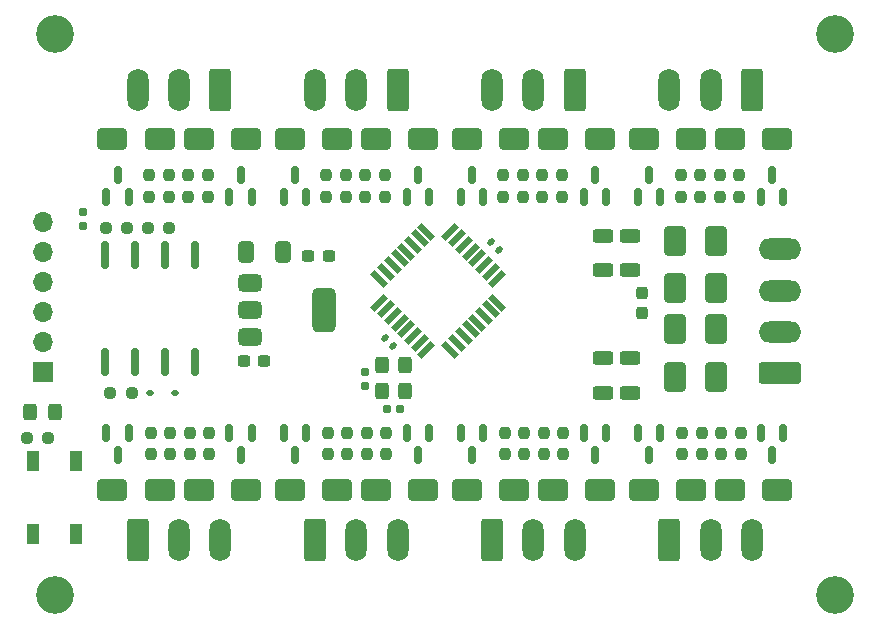
<source format=gbr>
%TF.GenerationSoftware,KiCad,Pcbnew,8.0.2*%
%TF.CreationDate,2024-09-22T00:14:53+02:00*%
%TF.ProjectId,solenoidDecoder,736f6c65-6e6f-4696-9444-65636f646572,rev?*%
%TF.SameCoordinates,Original*%
%TF.FileFunction,Soldermask,Top*%
%TF.FilePolarity,Negative*%
%FSLAX46Y46*%
G04 Gerber Fmt 4.6, Leading zero omitted, Abs format (unit mm)*
G04 Created by KiCad (PCBNEW 8.0.2) date 2024-09-22 00:14:53*
%MOMM*%
%LPD*%
G01*
G04 APERTURE LIST*
G04 Aperture macros list*
%AMRoundRect*
0 Rectangle with rounded corners*
0 $1 Rounding radius*
0 $2 $3 $4 $5 $6 $7 $8 $9 X,Y pos of 4 corners*
0 Add a 4 corners polygon primitive as box body*
4,1,4,$2,$3,$4,$5,$6,$7,$8,$9,$2,$3,0*
0 Add four circle primitives for the rounded corners*
1,1,$1+$1,$2,$3*
1,1,$1+$1,$4,$5*
1,1,$1+$1,$6,$7*
1,1,$1+$1,$8,$9*
0 Add four rect primitives between the rounded corners*
20,1,$1+$1,$2,$3,$4,$5,0*
20,1,$1+$1,$4,$5,$6,$7,0*
20,1,$1+$1,$6,$7,$8,$9,0*
20,1,$1+$1,$8,$9,$2,$3,0*%
%AMRotRect*
0 Rectangle, with rotation*
0 The origin of the aperture is its center*
0 $1 length*
0 $2 width*
0 $3 Rotation angle, in degrees counterclockwise*
0 Add horizontal line*
21,1,$1,$2,0,0,$3*%
G04 Aperture macros list end*
%ADD10RoundRect,0.140000X0.219203X0.021213X0.021213X0.219203X-0.219203X-0.021213X-0.021213X-0.219203X0*%
%ADD11RoundRect,0.237500X-0.250000X-0.237500X0.250000X-0.237500X0.250000X0.237500X-0.250000X0.237500X0*%
%ADD12C,3.200000*%
%ADD13RoundRect,0.155000X0.155000X-0.212500X0.155000X0.212500X-0.155000X0.212500X-0.155000X-0.212500X0*%
%ADD14RoundRect,0.155000X-0.212500X-0.155000X0.212500X-0.155000X0.212500X0.155000X-0.212500X0.155000X0*%
%ADD15RoundRect,0.237500X-0.300000X-0.237500X0.300000X-0.237500X0.300000X0.237500X-0.300000X0.237500X0*%
%ADD16RoundRect,0.237500X0.300000X0.237500X-0.300000X0.237500X-0.300000X-0.237500X0.300000X-0.237500X0*%
%ADD17RoundRect,0.250000X-0.412500X-0.650000X0.412500X-0.650000X0.412500X0.650000X-0.412500X0.650000X0*%
%ADD18RoundRect,0.237500X-0.237500X0.300000X-0.237500X-0.300000X0.237500X-0.300000X0.237500X0.300000X0*%
%ADD19RoundRect,0.112500X-0.187500X-0.112500X0.187500X-0.112500X0.187500X0.112500X-0.187500X0.112500X0*%
%ADD20RoundRect,0.250000X0.325000X0.450000X-0.325000X0.450000X-0.325000X-0.450000X0.325000X-0.450000X0*%
%ADD21RoundRect,0.250000X1.000000X0.650000X-1.000000X0.650000X-1.000000X-0.650000X1.000000X-0.650000X0*%
%ADD22RoundRect,0.250000X-1.000000X-0.650000X1.000000X-0.650000X1.000000X0.650000X-1.000000X0.650000X0*%
%ADD23RoundRect,0.250000X-0.650000X1.000000X-0.650000X-1.000000X0.650000X-1.000000X0.650000X1.000000X0*%
%ADD24RoundRect,0.250000X0.650000X-1.000000X0.650000X1.000000X-0.650000X1.000000X-0.650000X-1.000000X0*%
%ADD25R,1.700000X1.700000*%
%ADD26O,1.700000X1.700000*%
%ADD27O,1.800000X3.600000*%
%ADD28RoundRect,0.250000X-0.650000X-1.550000X0.650000X-1.550000X0.650000X1.550000X-0.650000X1.550000X0*%
%ADD29RoundRect,0.250000X0.650000X1.550000X-0.650000X1.550000X-0.650000X-1.550000X0.650000X-1.550000X0*%
%ADD30RoundRect,0.150000X-0.150000X0.587500X-0.150000X-0.587500X0.150000X-0.587500X0.150000X0.587500X0*%
%ADD31RoundRect,0.150000X0.150000X-0.587500X0.150000X0.587500X-0.150000X0.587500X-0.150000X-0.587500X0*%
%ADD32RoundRect,0.160000X0.160000X-0.197500X0.160000X0.197500X-0.160000X0.197500X-0.160000X-0.197500X0*%
%ADD33RoundRect,0.237500X-0.237500X0.250000X-0.237500X-0.250000X0.237500X-0.250000X0.237500X0.250000X0*%
%ADD34RoundRect,0.237500X0.237500X-0.250000X0.237500X0.250000X-0.237500X0.250000X-0.237500X-0.250000X0*%
%ADD35RoundRect,0.250000X-0.625000X0.312500X-0.625000X-0.312500X0.625000X-0.312500X0.625000X0.312500X0*%
%ADD36RoundRect,0.250000X0.625000X-0.312500X0.625000X0.312500X-0.625000X0.312500X-0.625000X-0.312500X0*%
%ADD37R,1.100000X1.800000*%
%ADD38RotRect,1.600000X0.550000X135.000000*%
%ADD39RotRect,1.600000X0.550000X45.000000*%
%ADD40RoundRect,0.162500X0.162500X-1.012500X0.162500X1.012500X-0.162500X1.012500X-0.162500X-1.012500X0*%
%ADD41RoundRect,0.375000X-0.625000X-0.375000X0.625000X-0.375000X0.625000X0.375000X-0.625000X0.375000X0*%
%ADD42RoundRect,0.500000X-0.500000X-1.400000X0.500000X-1.400000X0.500000X1.400000X-0.500000X1.400000X0*%
%ADD43RoundRect,0.300000X-0.300000X0.400000X-0.300000X-0.400000X0.300000X-0.400000X0.300000X0.400000X0*%
%ADD44RoundRect,0.250000X1.550000X-0.650000X1.550000X0.650000X-1.550000X0.650000X-1.550000X-0.650000X0*%
%ADD45O,3.600000X1.800000*%
G04 APERTURE END LIST*
D10*
%TO.C,C101*%
X129617411Y-51250411D03*
X128938589Y-50571589D03*
%TD*%
%TO.C,C3*%
X120600411Y-59378411D03*
X119921589Y-58699589D03*
%TD*%
D11*
%TO.C,R5*%
X96660500Y-63381000D03*
X98485500Y-63381000D03*
%TD*%
%TO.C,R4*%
X99835500Y-49411000D03*
X101660500Y-49411000D03*
%TD*%
%TO.C,R3*%
X96279500Y-49411000D03*
X98104500Y-49411000D03*
%TD*%
D12*
%TO.C,REF\u002A\u002A*%
X158000000Y-33000000D03*
%TD*%
%TO.C,REF\u002A\u002A*%
X158000000Y-80500000D03*
%TD*%
%TO.C,REF\u002A\u002A*%
X92000000Y-33000000D03*
%TD*%
%TO.C,REF\u002A\u002A*%
X92000000Y-80500000D03*
%TD*%
D13*
%TO.C,C1*%
X118229000Y-62781500D03*
X118229000Y-61646500D03*
%TD*%
D14*
%TO.C,C2*%
X121209500Y-64754000D03*
X120074500Y-64754000D03*
%TD*%
D15*
%TO.C,C401*%
X107968500Y-60690000D03*
X109693500Y-60690000D03*
%TD*%
D16*
%TO.C,C402*%
X115154500Y-51800000D03*
X113429500Y-51800000D03*
%TD*%
D17*
%TO.C,C403*%
X108157500Y-51419000D03*
X111282500Y-51419000D03*
%TD*%
D18*
%TO.C,C501*%
X141732000Y-56615500D03*
X141732000Y-54890500D03*
%TD*%
D19*
%TO.C,D1*%
X102179000Y-63381000D03*
X100079000Y-63381000D03*
%TD*%
D20*
%TO.C,D4*%
X91957000Y-65024000D03*
X89907000Y-65024000D03*
%TD*%
D21*
%TO.C,D11*%
X141849000Y-71615500D03*
X145849000Y-71615500D03*
%TD*%
D22*
%TO.C,D12*%
X153151000Y-71615500D03*
X149151000Y-71615500D03*
%TD*%
D21*
%TO.C,D21*%
X126849000Y-71615500D03*
X130849000Y-71615500D03*
%TD*%
D22*
%TO.C,D22*%
X138151000Y-71615500D03*
X134151000Y-71615500D03*
%TD*%
D21*
%TO.C,D31*%
X111849000Y-71615500D03*
X115849000Y-71615500D03*
%TD*%
D22*
%TO.C,D32*%
X123151000Y-71615500D03*
X119151000Y-71615500D03*
%TD*%
D21*
%TO.C,D41*%
X96849000Y-71615500D03*
X100849000Y-71615500D03*
%TD*%
D22*
%TO.C,D42*%
X108151000Y-71615500D03*
X104151000Y-71615500D03*
%TD*%
%TO.C,D51*%
X104151000Y-41901500D03*
X108151000Y-41901500D03*
%TD*%
D21*
%TO.C,D52*%
X100849000Y-41901500D03*
X96849000Y-41901500D03*
%TD*%
D22*
%TO.C,D61*%
X119151000Y-41901500D03*
X123151000Y-41901500D03*
%TD*%
D21*
%TO.C,D62*%
X115849000Y-41901500D03*
X111849000Y-41901500D03*
%TD*%
D22*
%TO.C,D71*%
X134151000Y-41901500D03*
X138151000Y-41901500D03*
%TD*%
D21*
%TO.C,D72*%
X130849000Y-41901500D03*
X126849000Y-41901500D03*
%TD*%
D22*
%TO.C,D81*%
X149151000Y-41901500D03*
X153151000Y-41901500D03*
%TD*%
D21*
%TO.C,D82*%
X145849000Y-41901500D03*
X141849000Y-41901500D03*
%TD*%
D23*
%TO.C,D501*%
X144483500Y-50500000D03*
X144483500Y-54500000D03*
%TD*%
D24*
%TO.C,D502*%
X144483500Y-62000000D03*
X144483500Y-58000000D03*
%TD*%
D23*
%TO.C,D503*%
X147983500Y-58000000D03*
X147983500Y-62000000D03*
%TD*%
D24*
%TO.C,D504*%
X147983500Y-54500000D03*
X147983500Y-50500000D03*
%TD*%
D25*
%TO.C,J3*%
X91000000Y-61580000D03*
D26*
X91000000Y-59040000D03*
X91000000Y-56500000D03*
X91000000Y-53960000D03*
X91000000Y-51420000D03*
X91000000Y-48880000D03*
%TD*%
D27*
%TO.C,J11*%
X151000000Y-75806500D03*
X147500000Y-75806500D03*
D28*
X144000000Y-75806500D03*
%TD*%
%TO.C,J21*%
X129000000Y-75806500D03*
D27*
X132500000Y-75806500D03*
X136000000Y-75806500D03*
%TD*%
%TO.C,J31*%
X121000000Y-75806500D03*
X117500000Y-75806500D03*
D28*
X114000000Y-75806500D03*
%TD*%
D27*
%TO.C,J41*%
X106000000Y-75806500D03*
X102500000Y-75806500D03*
D28*
X99000000Y-75806500D03*
%TD*%
D29*
%TO.C,J51*%
X106000000Y-37710500D03*
D27*
X102500000Y-37710500D03*
X99000000Y-37710500D03*
%TD*%
D29*
%TO.C,J61*%
X121000000Y-37710500D03*
D27*
X117500000Y-37710500D03*
X114000000Y-37710500D03*
%TD*%
D29*
%TO.C,J71*%
X136000000Y-37710500D03*
D27*
X132500000Y-37710500D03*
X129000000Y-37710500D03*
%TD*%
D29*
%TO.C,J81*%
X151000000Y-37710500D03*
D27*
X147500000Y-37710500D03*
X144000000Y-37710500D03*
%TD*%
D30*
%TO.C,Q11*%
X142293000Y-68616000D03*
X141343000Y-66741000D03*
X143243000Y-66741000D03*
%TD*%
%TO.C,Q12*%
X152707000Y-68616000D03*
X151757000Y-66741000D03*
X153657000Y-66741000D03*
%TD*%
%TO.C,Q21*%
X127293000Y-68616000D03*
X126343000Y-66741000D03*
X128243000Y-66741000D03*
%TD*%
%TO.C,Q22*%
X137707000Y-68616000D03*
X136757000Y-66741000D03*
X138657000Y-66741000D03*
%TD*%
%TO.C,Q31*%
X112293000Y-68616000D03*
X111343000Y-66741000D03*
X113243000Y-66741000D03*
%TD*%
%TO.C,Q32*%
X122707000Y-68616000D03*
X121757000Y-66741000D03*
X123657000Y-66741000D03*
%TD*%
%TO.C,Q41*%
X97293000Y-68616000D03*
X96343000Y-66741000D03*
X98243000Y-66741000D03*
%TD*%
%TO.C,Q42*%
X107707000Y-68616000D03*
X106757000Y-66741000D03*
X108657000Y-66741000D03*
%TD*%
D31*
%TO.C,Q51*%
X106757000Y-46776000D03*
X108657000Y-46776000D03*
X107707000Y-44901000D03*
%TD*%
%TO.C,Q52*%
X96343000Y-46776000D03*
X98243000Y-46776000D03*
X97293000Y-44901000D03*
%TD*%
%TO.C,Q61*%
X121757000Y-46776000D03*
X123657000Y-46776000D03*
X122707000Y-44901000D03*
%TD*%
%TO.C,Q62*%
X111343000Y-46776000D03*
X113243000Y-46776000D03*
X112293000Y-44901000D03*
%TD*%
%TO.C,Q71*%
X136757000Y-46776000D03*
X138657000Y-46776000D03*
X137707000Y-44901000D03*
%TD*%
%TO.C,Q72*%
X126343000Y-46776000D03*
X128243000Y-46776000D03*
X127293000Y-44901000D03*
%TD*%
%TO.C,Q81*%
X151757000Y-46776000D03*
X153657000Y-46776000D03*
X152707000Y-44901000D03*
%TD*%
%TO.C,Q82*%
X141343000Y-46776000D03*
X143243000Y-46776000D03*
X142293000Y-44901000D03*
%TD*%
D32*
%TO.C,R2*%
X94361000Y-49238500D03*
X94361000Y-48043500D03*
%TD*%
D11*
%TO.C,R6*%
X89587500Y-67183000D03*
X91412500Y-67183000D03*
%TD*%
D33*
%TO.C,R11*%
X146738000Y-68591000D03*
X146738000Y-66766000D03*
%TD*%
%TO.C,R12*%
X148389000Y-68591000D03*
X148389000Y-66766000D03*
%TD*%
%TO.C,R13*%
X145087000Y-68591000D03*
X145087000Y-66766000D03*
%TD*%
%TO.C,R14*%
X150040000Y-68591000D03*
X150040000Y-66766000D03*
%TD*%
%TO.C,R21*%
X131738000Y-68591000D03*
X131738000Y-66766000D03*
%TD*%
%TO.C,R22*%
X133389000Y-68591000D03*
X133389000Y-66766000D03*
%TD*%
%TO.C,R23*%
X130087000Y-68591000D03*
X130087000Y-66766000D03*
%TD*%
%TO.C,R24*%
X135040000Y-68591000D03*
X135040000Y-66766000D03*
%TD*%
%TO.C,R31*%
X116738000Y-68591000D03*
X116738000Y-66766000D03*
%TD*%
%TO.C,R32*%
X118389000Y-68591000D03*
X118389000Y-66766000D03*
%TD*%
%TO.C,R33*%
X115087000Y-68591000D03*
X115087000Y-66766000D03*
%TD*%
%TO.C,R34*%
X120040000Y-68591000D03*
X120040000Y-66766000D03*
%TD*%
%TO.C,R41*%
X101738000Y-68591000D03*
X101738000Y-66766000D03*
%TD*%
%TO.C,R42*%
X103389000Y-68591000D03*
X103389000Y-66766000D03*
%TD*%
%TO.C,R43*%
X100087000Y-68591000D03*
X100087000Y-66766000D03*
%TD*%
%TO.C,R44*%
X105040000Y-68591000D03*
X105040000Y-66766000D03*
%TD*%
D34*
%TO.C,R51*%
X103262000Y-46751000D03*
X103262000Y-44926000D03*
%TD*%
%TO.C,R52*%
X101611000Y-46751000D03*
X101611000Y-44926000D03*
%TD*%
%TO.C,R53*%
X104913000Y-46751000D03*
X104913000Y-44926000D03*
%TD*%
%TO.C,R54*%
X99960000Y-46751000D03*
X99960000Y-44926000D03*
%TD*%
%TO.C,R61*%
X118262000Y-46751000D03*
X118262000Y-44926000D03*
%TD*%
%TO.C,R62*%
X116611000Y-46751000D03*
X116611000Y-44926000D03*
%TD*%
%TO.C,R63*%
X119913000Y-46751000D03*
X119913000Y-44926000D03*
%TD*%
%TO.C,R64*%
X114960000Y-46751000D03*
X114960000Y-44926000D03*
%TD*%
%TO.C,R71*%
X133262000Y-46751000D03*
X133262000Y-44926000D03*
%TD*%
%TO.C,R72*%
X131611000Y-46751000D03*
X131611000Y-44926000D03*
%TD*%
%TO.C,R73*%
X134913000Y-46751000D03*
X134913000Y-44926000D03*
%TD*%
%TO.C,R74*%
X129960000Y-46751000D03*
X129960000Y-44926000D03*
%TD*%
%TO.C,R81*%
X148262000Y-46751000D03*
X148262000Y-44926000D03*
%TD*%
%TO.C,R82*%
X146611000Y-46751000D03*
X146611000Y-44926000D03*
%TD*%
%TO.C,R83*%
X149913000Y-46751000D03*
X149913000Y-44926000D03*
%TD*%
%TO.C,R84*%
X144960000Y-46751000D03*
X144960000Y-44926000D03*
%TD*%
D35*
%TO.C,R101*%
X140708000Y-50083500D03*
X140708000Y-53008500D03*
%TD*%
%TO.C,R102*%
X138422000Y-50083500D03*
X138422000Y-53008500D03*
%TD*%
D36*
%TO.C,R103*%
X138422000Y-63357000D03*
X138422000Y-60432000D03*
%TD*%
%TO.C,R104*%
X140708000Y-63357000D03*
X140708000Y-60432000D03*
%TD*%
D37*
%TO.C,SW1*%
X93798000Y-69163000D03*
X93798000Y-75363000D03*
X90098000Y-69163000D03*
X90098000Y-75363000D03*
%TD*%
D38*
%TO.C,U1*%
X119466897Y-53695695D03*
X120032583Y-53130010D03*
X120598268Y-52564324D03*
X121163953Y-51998639D03*
X121729639Y-51432953D03*
X122295324Y-50867268D03*
X122861010Y-50301583D03*
X123426695Y-49735897D03*
D39*
X125477305Y-49735897D03*
X126042990Y-50301583D03*
X126608676Y-50867268D03*
X127174361Y-51432953D03*
X127740047Y-51998639D03*
X128305732Y-52564324D03*
X128871417Y-53130010D03*
X129437103Y-53695695D03*
D38*
X129437103Y-55746305D03*
X128871417Y-56311990D03*
X128305732Y-56877676D03*
X127740047Y-57443361D03*
X127174361Y-58009047D03*
X126608676Y-58574732D03*
X126042990Y-59140417D03*
X125477305Y-59706103D03*
D39*
X123426695Y-59706103D03*
X122861010Y-59140417D03*
X122295324Y-58574732D03*
X121729639Y-58009047D03*
X121163953Y-57443361D03*
X120598268Y-56877676D03*
X120032583Y-56311990D03*
X119466897Y-55746305D03*
%TD*%
D40*
%TO.C,U3*%
X96258000Y-51720000D03*
X98798000Y-51720000D03*
X101338000Y-51720000D03*
X103878000Y-51720000D03*
X103878000Y-60770000D03*
X101338000Y-60770000D03*
X98798000Y-60770000D03*
X96258000Y-60770000D03*
%TD*%
D41*
%TO.C,U401*%
X108475000Y-54072000D03*
X108475000Y-56372000D03*
D42*
X114775000Y-56372000D03*
D41*
X108475000Y-58672000D03*
%TD*%
D43*
%TO.C,Y1*%
X119692000Y-60987000D03*
X119692000Y-63187000D03*
X121592000Y-63187000D03*
X121592000Y-60987000D03*
%TD*%
D44*
%TO.C,J62*%
X153404500Y-61710000D03*
D45*
X153404500Y-58210000D03*
X153404500Y-54710000D03*
X153404500Y-51210000D03*
%TD*%
M02*

</source>
